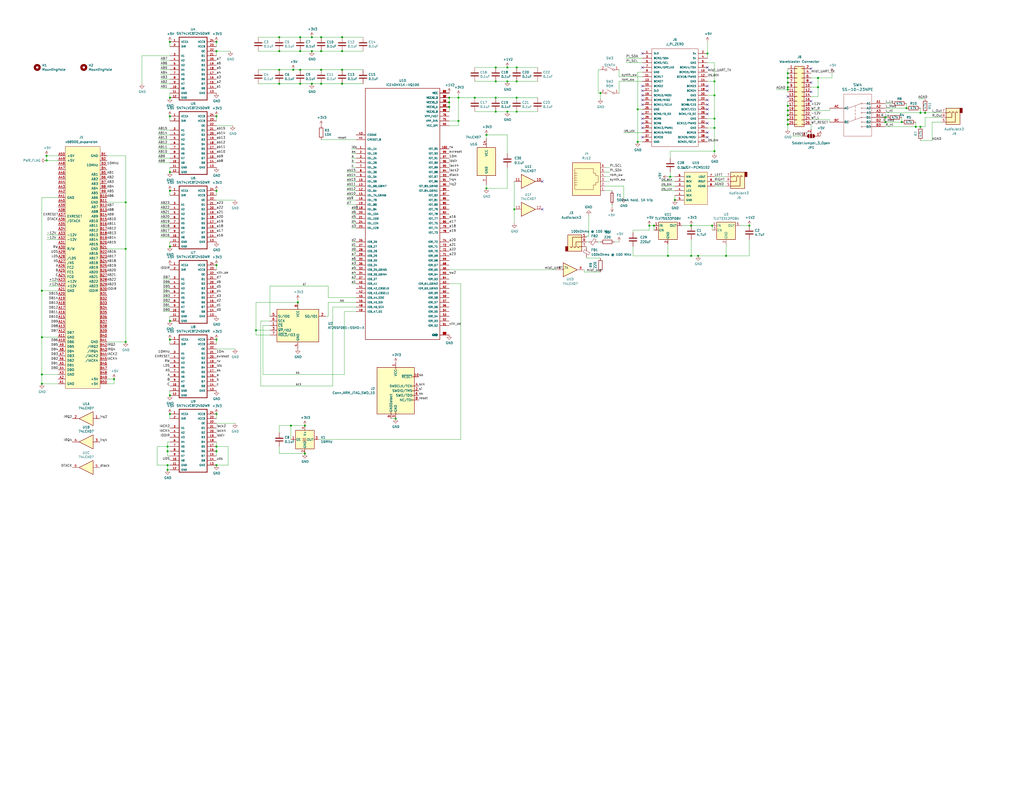
<source format=kicad_sch>
(kicad_sch (version 20230121) (generator eeschema)
  (paper "C")
  (junction (at 22.86 204.47))
  (junction (at 429.895 65.405))
  (junction (at 429.895 42.545))
  (junction (at 280.67 114.3))
  (junction (at 389.89 44.45))
  (junction (at 92.71 175.26))
  (junction (at 494.665 59.055))
  (junction (at 92.71 185.42))
  (junction (at 429.895 67.945))
  (junction (at 389.89 64.77))
  (junction (at 118.11 63.5))
  (junction (at 245.11 53.34))
  (junction (at 175.26 20.32))
  (junction (at 163.83 38.1))
  (junction (at 356.87 123.19))
  (junction (at 170.18 20.32))
  (junction (at 160.02 38.1))
  (junction (at 483.235 64.135))
  (junction (at 68.58 110.49))
  (junction (at 381 139.7))
  (junction (at 446.405 42.545))
  (junction (at 152.4 45.72))
  (junction (at 25.4 85.09))
  (junction (at 429.895 47.625))
  (junction (at 347.98 59.69))
  (junction (at 92.71 134.62))
  (junction (at 502.285 69.215))
  (junction (at 91.44 256.54))
  (junction (at 92.71 226.06))
  (junction (at 368.3 109.22))
  (junction (at 446.405 47.625))
  (junction (at 389.89 69.85))
  (junction (at 276.86 60.96))
  (junction (at 347.98 77.47))
  (junction (at 364.49 139.7))
  (junction (at 265.43 102.87))
  (junction (at 265.43 73.66))
  (junction (at 215.9 228.6))
  (junction (at 377.19 139.7))
  (junction (at 25.4 87.63))
  (junction (at 118.11 27.94))
  (junction (at 118.11 185.42))
  (junction (at 276.86 36.83))
  (junction (at 281.94 36.83))
  (junction (at 92.71 53.34))
  (junction (at 163.83 45.72))
  (junction (at 91.44 243.84))
  (junction (at 186.69 27.94))
  (junction (at 245.11 55.88))
  (junction (at 92.71 63.5))
  (junction (at 186.69 38.1))
  (junction (at 270.51 60.96))
  (junction (at 327.66 50.8))
  (junction (at 429.895 45.085))
  (junction (at 68.58 135.89))
  (junction (at 163.83 27.94))
  (junction (at 175.26 27.94))
  (junction (at 166.37 232.41))
  (junction (at 92.71 22.86))
  (junction (at 118.11 243.84))
  (junction (at 245.11 58.42))
  (junction (at 502.285 61.595))
  (junction (at 259.08 53.34))
  (junction (at 483.235 66.675))
  (junction (at 377.19 123.19))
  (junction (at 62.23 207.01))
  (junction (at 250.19 53.34))
  (junction (at 492.125 66.675))
  (junction (at 158.75 232.41))
  (junction (at 504.825 61.595))
  (junction (at 118.11 226.06))
  (junction (at 92.71 215.9))
  (junction (at 175.26 45.72))
  (junction (at 139.7 180.34))
  (junction (at 276.86 44.45))
  (junction (at 429.895 60.325))
  (junction (at 388.62 123.19))
  (junction (at 118.11 22.86))
  (junction (at 22.86 158.75))
  (junction (at 91.44 254))
  (junction (at 270.51 36.83))
  (junction (at 175.26 38.1))
  (junction (at 22.86 184.15))
  (junction (at 354.33 123.19))
  (junction (at 92.71 104.14))
  (junction (at 166.37 247.65))
  (junction (at 499.745 69.215))
  (junction (at 386.08 29.21))
  (junction (at 429.895 62.865))
  (junction (at 281.94 60.96))
  (junction (at 408.94 123.19))
  (junction (at 186.69 45.72))
  (junction (at 68.58 186.69))
  (junction (at 270.51 53.34))
  (junction (at 396.24 139.7))
  (junction (at 91.44 246.38))
  (junction (at 152.4 38.1))
  (junction (at 429.895 48.895))
  (junction (at 389.89 52.07))
  (junction (at 162.56 165.1))
  (junction (at 389.89 82.55))
  (junction (at 170.18 45.72))
  (junction (at 163.83 20.32))
  (junction (at 92.71 93.98))
  (junction (at 118.11 104.14))
  (junction (at 186.69 20.32))
  (junction (at 152.4 27.94))
  (junction (at 118.11 254))
  (junction (at 250.19 66.04))
  (junction (at 429.895 40.005))
  (junction (at 281.94 53.34))
  (junction (at 118.11 246.38))
  (junction (at 365.76 96.52))
  (junction (at 429.895 57.785))
  (junction (at 118.11 144.78))
  (junction (at 270.51 44.45))
  (junction (at 170.18 27.94))
  (junction (at 152.4 20.32))
  (junction (at 22.86 209.55))
  (junction (at 281.94 44.45))
  (no_connect (at 386.08 49.53))
  (no_connect (at 350.52 57.15))
  (no_connect (at 386.08 67.31))
  (no_connect (at 386.08 57.15))
  (no_connect (at 295.91 99.06))
  (no_connect (at 386.08 59.69))
  (no_connect (at 386.08 46.99))
  (no_connect (at 350.52 46.99))
  (no_connect (at 442.595 45.085))
  (no_connect (at 350.52 62.23))
  (no_connect (at 442.595 55.245))
  (no_connect (at 295.91 114.3))
  (no_connect (at 350.52 74.93))
  (no_connect (at 350.52 64.77))
  (no_connect (at 429.895 52.705))
  (no_connect (at 350.52 67.31))
  (no_connect (at 386.08 74.93))
  (no_connect (at 350.52 52.07))
  (no_connect (at 442.595 37.465))
  (no_connect (at 350.52 69.85))
  (no_connect (at 386.08 62.23))
  (no_connect (at 386.08 54.61))
  (no_connect (at 350.52 54.61))
  (no_connect (at 386.08 72.39))
  (no_connect (at 350.52 36.83))
  (no_connect (at 350.52 49.53))
  (no_connect (at 386.08 36.83))
  (no_connect (at 442.595 50.165))
  (no_connect (at 350.52 29.21))
  (wire (pts (xy 245.11 53.34) (xy 245.11 55.88)))
  (wire (pts (xy 194.31 154.94) (xy 191.77 154.94)))
  (wire (pts (xy 508.635 66.675) (xy 508.635 76.835)))
  (wire (pts (xy 87.63 111.76) (xy 92.71 111.76)))
  (wire (pts (xy 245.11 66.04) (xy 250.19 66.04)))
  (wire (pts (xy 389.89 96.52) (xy 396.24 96.52)))
  (wire (pts (xy 22.86 107.95) (xy 31.75 107.95)))
  (wire (pts (xy 92.71 162.56) (xy 88.9 162.56)))
  (wire (pts (xy 372.11 123.19) (xy 377.19 123.19)))
  (wire (pts (xy 330.2 99.06) (xy 332.74 99.06)))
  (wire (pts (xy 91.44 243.84) (xy 91.44 246.38)))
  (wire (pts (xy 68.58 85.09) (xy 68.58 110.49)))
  (wire (pts (xy 179.07 165.1) (xy 194.31 165.1)))
  (wire (pts (xy 276.86 60.96) (xy 281.94 60.96)))
  (wire (pts (xy 360.68 104.14) (xy 368.3 104.14)))
  (wire (pts (xy 87.63 45.72) (xy 92.71 45.72)))
  (wire (pts (xy 345.44 125.73) (xy 354.33 125.73)))
  (wire (pts (xy 194.31 81.28) (xy 191.77 81.28)))
  (wire (pts (xy 276.86 36.83) (xy 281.94 36.83)))
  (wire (pts (xy 189.23 109.22) (xy 194.31 109.22)))
  (wire (pts (xy 118.11 254) (xy 124.46 254)))
  (wire (pts (xy 186.69 20.32) (xy 198.12 20.32)))
  (wire (pts (xy 446.405 52.705) (xy 446.405 47.625)))
  (wire (pts (xy 326.39 50.8) (xy 326.39 38.1)))
  (wire (pts (xy 25.4 128.27) (xy 31.75 128.27)))
  (wire (pts (xy 442.595 52.705) (xy 446.405 52.705)))
  (wire (pts (xy 429.895 48.895) (xy 429.895 50.165)))
  (wire (pts (xy 22.86 158.75) (xy 31.75 158.75)))
  (wire (pts (xy 389.89 44.45) (xy 389.89 52.07)))
  (wire (pts (xy 326.39 132.08) (xy 327.66 132.08)))
  (wire (pts (xy 280.67 114.3) (xy 280.67 121.92)))
  (wire (pts (xy 259.08 60.96) (xy 270.51 60.96)))
  (wire (pts (xy 403.86 123.19) (xy 408.94 123.19)))
  (wire (pts (xy 31.75 87.63) (xy 25.4 87.63)))
  (wire (pts (xy 365.76 96.52) (xy 368.3 96.52)))
  (wire (pts (xy 191.77 147.32) (xy 194.31 147.32)))
  (wire (pts (xy 139.7 180.34) (xy 147.32 180.34)))
  (wire (pts (xy 86.36 81.28) (xy 92.71 81.28)))
  (wire (pts (xy 429.895 42.545) (xy 429.895 45.085)))
  (wire (pts (xy 25.4 130.81) (xy 31.75 130.81)))
  (wire (pts (xy 345.44 139.7) (xy 364.49 139.7)))
  (wire (pts (xy 483.235 61.595) (xy 502.285 61.595)))
  (wire (pts (xy 189.23 101.6) (xy 194.31 101.6)))
  (wire (pts (xy 194.31 106.68) (xy 189.23 106.68)))
  (wire (pts (xy 117.475 243.84) (xy 118.11 243.84)))
  (wire (pts (xy 389.89 82.55) (xy 389.89 83.82)))
  (wire (pts (xy 68.58 110.49) (xy 58.42 110.49)))
  (wire (pts (xy 117.475 254) (xy 118.11 254)))
  (wire (pts (xy 281.94 44.45) (xy 293.37 44.45)))
  (wire (pts (xy 250.19 68.58) (xy 250.19 66.04)))
  (wire (pts (xy 340.36 72.39) (xy 350.52 72.39)))
  (wire (pts (xy 194.31 149.86) (xy 191.77 149.86)))
  (wire (pts (xy 377.19 139.7) (xy 364.49 139.7)))
  (wire (pts (xy 175.26 20.32) (xy 186.69 20.32)))
  (wire (pts (xy 350.52 39.37) (xy 347.98 39.37)))
  (wire (pts (xy 386.08 44.45) (xy 389.89 44.45)))
  (wire (pts (xy 381 139.7) (xy 377.19 139.7)))
  (wire (pts (xy 175.26 38.1) (xy 186.69 38.1)))
  (wire (pts (xy 481.965 66.675) (xy 483.235 66.675)))
  (wire (pts (xy 340.36 101.6) (xy 340.36 107.95)))
  (wire (pts (xy 389.89 64.77) (xy 389.89 69.85)))
  (wire (pts (xy 158.75 232.41) (xy 166.37 232.41)))
  (wire (pts (xy 124.46 243.84) (xy 124.46 254)))
  (wire (pts (xy 118.11 243.84) (xy 118.11 246.38)))
  (wire (pts (xy 429.895 37.465) (xy 429.895 40.005)))
  (wire (pts (xy 259.08 44.45) (xy 270.51 44.45)))
  (wire (pts (xy 22.86 184.15) (xy 31.75 184.15)))
  (wire (pts (xy 186.69 45.72) (xy 198.12 45.72)))
  (wire (pts (xy 125.73 27.94) (xy 118.11 27.94)))
  (wire (pts (xy 91.44 254) (xy 85.725 254)))
  (wire (pts (xy 91.44 248.92) (xy 92.71 248.92)))
  (wire (pts (xy 86.36 78.74) (xy 92.71 78.74)))
  (wire (pts (xy 118.11 185.42) (xy 118.11 187.96)))
  (wire (pts (xy 432.435 74.295) (xy 437.515 74.295)))
  (wire (pts (xy 31.75 209.55) (xy 22.86 209.55)))
  (wire (pts (xy 442.595 65.405) (xy 452.755 65.405)))
  (wire (pts (xy 389.89 69.85) (xy 389.89 82.55)))
  (wire (pts (xy 118.11 190.5) (xy 128.27 190.5)))
  (wire (pts (xy 118.11 144.78) (xy 118.11 147.32)))
  (wire (pts (xy 140.97 38.1) (xy 152.4 38.1)))
  (wire (pts (xy 350.52 44.45) (xy 337.82 44.45)))
  (wire (pts (xy 213.36 228.6) (xy 215.9 228.6)))
  (wire (pts (xy 26.67 153.67) (xy 31.75 153.67)))
  (wire (pts (xy 158.75 240.03) (xy 158.75 232.41)))
  (wire (pts (xy 22.86 158.75) (xy 22.86 107.95)))
  (wire (pts (xy 160.02 38.1) (xy 163.83 38.1)))
  (wire (pts (xy 386.08 69.85) (xy 389.89 69.85)))
  (wire (pts (xy 92.71 50.8) (xy 92.71 53.34)))
  (wire (pts (xy 173.99 240.03) (xy 251.46 240.03)))
  (wire (pts (xy 354.33 123.19) (xy 356.87 123.19)))
  (wire (pts (xy 389.89 52.07) (xy 389.89 64.77)))
  (wire (pts (xy 118.11 231.14) (xy 128.27 231.14)))
  (wire (pts (xy 152.4 232.41) (xy 158.75 232.41)))
  (wire (pts (xy 22.86 209.55) (xy 22.86 204.47)))
  (wire (pts (xy 191.77 86.36) (xy 194.31 86.36)))
  (wire (pts (xy 147.32 172.72) (xy 147.32 156.21)))
  (wire (pts (xy 356.87 125.73) (xy 356.87 123.19)))
  (wire (pts (xy 92.71 170.18) (xy 88.9 170.18)))
  (wire (pts (xy 91.44 256.54) (xy 92.71 256.54)))
  (wire (pts (xy 58.42 207.01) (xy 62.23 207.01)))
  (wire (pts (xy 191.77 88.9) (xy 194.31 88.9)))
  (wire (pts (xy 501.015 53.975) (xy 504.825 53.975)))
  (wire (pts (xy 170.18 27.94) (xy 175.26 27.94)))
  (wire (pts (xy 320.04 128.905) (xy 320.04 129.54)))
  (wire (pts (xy 396.24 139.7) (xy 408.94 139.7)))
  (wire (pts (xy 85.725 243.84) (xy 91.44 243.84)))
  (wire (pts (xy 87.63 121.92) (xy 92.71 121.92)))
  (wire (pts (xy 147.32 182.88) (xy 139.7 182.88)))
  (wire (pts (xy 92.71 152.4) (xy 88.9 152.4)))
  (wire (pts (xy 334.01 104.14) (xy 330.2 104.14)))
  (wire (pts (xy 250.19 66.04) (xy 250.19 53.34)))
  (wire (pts (xy 118.11 246.38) (xy 118.11 248.92)))
  (wire (pts (xy 368.3 106.68) (xy 368.3 109.22)))
  (wire (pts (xy 194.31 76.2) (xy 175.26 76.2)))
  (wire (pts (xy 318.77 148.59) (xy 327.66 148.59)))
  (wire (pts (xy 408.94 130.81) (xy 408.94 139.7)))
  (wire (pts (xy 442.595 67.945) (xy 442.595 70.485)))
  (wire (pts (xy 142.24 175.26) (xy 142.24 210.82)))
  (wire (pts (xy 175.26 45.72) (xy 186.69 45.72)))
  (wire (pts (xy 140.97 27.94) (xy 152.4 27.94)))
  (wire (pts (xy 483.235 59.055) (xy 494.665 59.055)))
  (wire (pts (xy 191.77 116.84) (xy 194.31 116.84)))
  (wire (pts (xy 513.715 64.135) (xy 504.825 64.135)))
  (wire (pts (xy 118.11 30.48) (xy 118.11 27.94)))
  (wire (pts (xy 22.86 204.47) (xy 31.75 204.47)))
  (wire (pts (xy 118.11 241.3) (xy 118.11 243.84)))
  (wire (pts (xy 320.04 132.08) (xy 321.31 132.08)))
  (wire (pts (xy 245.11 58.42) (xy 245.11 60.96)))
  (wire (pts (xy 181.61 167.64) (xy 194.31 167.64)))
  (wire (pts (xy 170.18 45.72) (xy 175.26 45.72)))
  (wire (pts (xy 92.71 241.3) (xy 91.44 241.3)))
  (wire (pts (xy 365.76 82.55) (xy 365.76 86.36)))
  (wire (pts (xy 499.745 69.215) (xy 502.285 69.215)))
  (wire (pts (xy 320.04 134.62) (xy 320.04 135.255)))
  (wire (pts (xy 88.9 157.48) (xy 92.71 157.48)))
  (wire (pts (xy 245.11 53.34) (xy 250.19 53.34)))
  (wire (pts (xy 189.23 99.06) (xy 194.31 99.06)))
  (wire (pts (xy 330.2 93.98) (xy 332.74 93.98)))
  (wire (pts (xy 92.71 187.96) (xy 92.71 185.42)))
  (wire (pts (xy 429.895 62.865) (xy 429.895 65.405)))
  (wire (pts (xy 386.08 29.21) (xy 386.08 31.75)))
  (wire (pts (xy 87.63 35.56) (xy 92.71 35.56)))
  (wire (pts (xy 191.77 121.92) (xy 194.31 121.92)))
  (wire (pts (xy 189.23 93.98) (xy 194.31 93.98)))
  (wire (pts (xy 170.18 20.32) (xy 175.26 20.32)))
  (wire (pts (xy 194.31 83.82) (xy 191.77 83.82)))
  (wire (pts (xy 68.58 110.49) (xy 68.58 135.89)))
  (wire (pts (xy 26.67 156.21) (xy 31.75 156.21)))
  (wire (pts (xy 22.86 204.47) (xy 22.86 184.15)))
  (wire (pts (xy 143.51 204.47) (xy 187.96 204.47)))
  (wire (pts (xy 92.71 160.02) (xy 88.9 160.02)))
  (wire (pts (xy 442.595 42.545) (xy 446.405 42.545)))
  (wire (pts (xy 265.43 73.66) (xy 265.43 75.565)))
  (wire (pts (xy 360.68 101.6) (xy 368.3 101.6)))
  (wire (pts (xy 330.2 91.44) (xy 332.74 91.44)))
  (wire (pts (xy 270.51 60.96) (xy 276.86 60.96)))
  (wire (pts (xy 152.4 45.72) (xy 163.83 45.72)))
  (wire (pts (xy 92.71 172.72) (xy 92.71 175.26)))
  (wire (pts (xy 494.665 56.515) (xy 494.665 59.055)))
  (wire (pts (xy 92.71 228.6) (xy 92.71 226.06)))
  (wire (pts (xy 377.19 130.81) (xy 377.19 139.7)))
  (wire (pts (xy 194.31 134.62) (xy 191.77 134.62)))
  (wire (pts (xy 265.43 73.66) (xy 276.86 73.66)))
  (wire (pts (xy 85.725 254) (xy 85.725 243.84)))
  (wire (pts (xy 245.11 68.58) (xy 250.19 68.58)))
  (wire (pts (xy 341.63 31.75) (xy 350.52 31.75)))
  (wire (pts (xy 354.33 125.73) (xy 354.33 123.19)))
  (wire (pts (xy 77.47 45.72) (xy 77.47 30.48)))
  (wire (pts (xy 364.49 139.7) (xy 364.49 133.35)))
  (wire (pts (xy 142.24 210.82) (xy 181.61 210.82)))
  (wire (pts (xy 191.77 119.38) (xy 194.31 119.38)))
  (wire (pts (xy 504.825 61.595) (xy 513.715 61.595)))
  (wire (pts (xy 487.045 56.515) (xy 483.235 56.515)))
  (wire (pts (xy 118.11 109.22) (xy 128.27 109.22)))
  (wire (pts (xy 350.52 41.91) (xy 337.82 41.91)))
  (wire (pts (xy 91.44 254) (xy 92.71 254)))
  (wire (pts (xy 58.42 85.09) (xy 68.58 85.09)))
  (wire (pts (xy 429.895 55.245) (xy 429.895 57.785)))
  (wire (pts (xy 118.11 243.84) (xy 124.46 243.84)))
  (wire (pts (xy 386.08 52.07) (xy 389.89 52.07)))
  (wire (pts (xy 347.98 59.69) (xy 347.98 77.47)))
  (wire (pts (xy 58.42 186.69) (xy 68.58 186.69)))
  (wire (pts (xy 140.97 45.72) (xy 152.4 45.72)))
  (wire (pts (xy 163.83 38.1) (xy 175.26 38.1)))
  (wire (pts (xy 118.11 104.14) (xy 118.11 106.68)))
  (wire (pts (xy 250.19 53.34) (xy 250.19 52.07)))
  (wire (pts (xy 502.285 59.055) (xy 502.285 61.595)))
  (wire (pts (xy 147.32 175.26) (xy 142.24 175.26)))
  (wire (pts (xy 389.89 99.06) (xy 396.24 99.06)))
  (wire (pts (xy 276.86 44.45) (xy 281.94 44.45)))
  (wire (pts (xy 87.63 116.84) (xy 92.71 116.84)))
  (wire (pts (xy 166.37 247.65) (xy 152.4 247.65)))
  (wire (pts (xy 163.83 45.72) (xy 170.18 45.72)))
  (wire (pts (xy 492.125 64.135) (xy 492.125 66.675)))
  (wire (pts (xy 483.235 69.215) (xy 499.745 69.215)))
  (wire (pts (xy 191.77 137.16) (xy 194.31 137.16)))
  (wire (pts (xy 337.82 132.08) (xy 335.28 132.08)))
  (wire (pts (xy 191.77 142.24) (xy 194.31 142.24)))
  (wire (pts (xy 139.7 165.1) (xy 139.7 180.34)))
  (wire (pts (xy 446.405 47.625) (xy 446.405 42.545)))
  (wire (pts (xy 347.98 39.37) (xy 347.98 59.69)))
  (wire (pts (xy 92.71 106.68) (xy 92.71 104.14)))
  (wire (pts (xy 189.23 104.14) (xy 194.31 104.14)))
  (wire (pts (xy 87.63 43.18) (xy 92.71 43.18)))
  (wire (pts (xy 381 139.7) (xy 396.24 139.7)))
  (wire (pts (xy 91.44 254) (xy 91.44 256.54)))
  (wire (pts (xy 191.77 91.44) (xy 194.31 91.44)))
  (wire (pts (xy 270.51 36.83) (xy 276.86 36.83)))
  (wire (pts (xy 87.63 127) (xy 92.71 127)))
  (wire (pts (xy 77.47 30.48) (xy 92.71 30.48)))
  (wire (pts (xy 87.63 114.3) (xy 92.71 114.3)))
  (wire (pts (xy 186.69 38.1) (xy 198.12 38.1)))
  (wire (pts (xy 86.36 73.66) (xy 92.71 73.66)))
  (wire (pts (xy 86.36 76.2) (xy 92.71 76.2)))
  (wire (pts (xy 452.755 65.405) (xy 452.755 66.675)))
  (wire (pts (xy 86.36 86.36) (xy 92.71 86.36)))
  (wire (pts (xy 86.36 88.9) (xy 92.71 88.9)))
  (wire (pts (xy 429.895 67.945) (xy 429.895 70.485)))
  (wire (pts (xy 91.44 246.38) (xy 92.71 246.38)))
  (wire (pts (xy 396.24 133.35) (xy 396.24 139.7)))
  (wire (pts (xy 502.285 61.595) (xy 504.825 61.595)))
  (wire (pts (xy 429.895 47.625) (xy 429.895 48.895)))
  (wire (pts (xy 86.36 83.82) (xy 92.71 83.82)))
  (wire (pts (xy 270.51 53.34) (xy 281.94 53.34)))
  (wire (pts (xy 91.44 241.3) (xy 91.44 243.84)))
  (wire (pts (xy 452.755 59.055) (xy 452.755 60.325)))
  (wire (pts (xy 86.36 71.12) (xy 92.71 71.12)))
  (wire (pts (xy 347.98 59.69) (xy 350.52 59.69)))
  (wire (pts (xy 330.2 96.52) (xy 332.74 96.52)))
  (wire (pts (xy 152.4 236.22) (xy 152.4 232.41)))
  (wire (pts (xy 320.04 140.335) (xy 320.04 140.97)))
  (wire (pts (xy 429.895 40.005) (xy 429.895 42.545)))
  (wire (pts (xy 91.44 246.38) (xy 91.44 248.92)))
  (wire (pts (xy 194.31 144.78) (xy 191.77 144.78)))
  (wire (pts (xy 446.405 42.545) (xy 454.025 42.545)))
  (wire (pts (xy 386.08 34.29) (xy 389.89 34.29)))
  (wire (pts (xy 143.51 177.8) (xy 143.51 204.47)))
  (wire (pts (xy 139.7 182.88) (xy 139.7 180.34)))
  (wire (pts (xy 147.32 156.21) (xy 179.07 156.21)))
  (wire (pts (xy 259.08 53.34) (xy 270.51 53.34)))
  (wire (pts (xy 25.4 85.09) (xy 31.75 85.09)))
  (wire (pts (xy 162.56 163.83) (xy 162.56 165.1)))
  (wire (pts (xy 429.895 57.785) (xy 429.895 60.325)))
  (wire (pts (xy 389.89 101.6) (xy 396.24 101.6)))
  (wire (pts (xy 388.62 125.73) (xy 388.62 123.19)))
  (wire (pts (xy 68.58 135.89) (xy 58.42 135.89)))
  (wire (pts (xy 187.96 204.47) (xy 187.96 170.18)))
  (wire (pts (xy 365.76 93.98) (xy 365.76 96.52)))
  (wire (pts (xy 62.23 209.55) (xy 58.42 209.55)))
  (wire (pts (xy 364.49 96.52) (xy 365.76 96.52)))
  (wire (pts (xy 265.43 102.87) (xy 265.43 100.965)))
  (wire (pts (xy 337.82 44.45) (xy 337.82 50.8)))
  (wire (pts (xy 152.4 247.65) (xy 152.4 243.84)))
  (wire (pts (xy 423.545 48.895) (xy 429.895 48.895)))
  (wire (pts (xy 147.32 177.8) (xy 143.51 177.8)))
  (wire (pts (xy 118.11 226.06) (xy 118.11 228.6)))
  (wire (pts (xy 454.025 42.545) (xy 454.025 40.005)))
  (wire (pts (xy 189.23 96.52) (xy 194.31 96.52)))
  (wire (pts (xy 163.83 27.94) (xy 170.18 27.94)))
  (wire (pts (xy 442.595 47.625) (xy 446.405 47.625)))
  (wire (pts (xy 386.08 22.86) (xy 386.08 29.21)))
  (wire (pts (xy 92.71 165.1) (xy 88.9 165.1)))
  (wire (pts (xy 87.63 40.64) (xy 92.71 40.64)))
  (wire (pts (xy 87.63 119.38) (xy 92.71 119.38)))
  (wire (pts (xy 87.63 33.02) (xy 92.71 33.02)))
  (wire (pts (xy 140.97 20.32) (xy 152.4 20.32)))
  (wire (pts (xy 330.2 101.6) (xy 340.36 101.6)))
  (wire (pts (xy 22.86 184.15) (xy 22.86 158.75)))
  (wire (pts (xy 245.11 55.88) (xy 245.11 58.42)))
  (wire (pts (xy 191.77 152.4) (xy 194.31 152.4)))
  (wire (pts (xy 483.235 66.675) (xy 492.125 66.675)))
  (wire (pts (xy 337.82 41.91) (xy 337.82 38.1)))
  (wire (pts (xy 92.71 167.64) (xy 88.9 167.64)))
  (wire (pts (xy 179.07 156.21) (xy 179.07 162.56)))
  (wire (pts (xy 152.4 27.94) (xy 163.83 27.94)))
  (wire (pts (xy 480.695 64.135) (xy 483.235 64.135)))
  (wire (pts (xy 276.86 73.66) (xy 276.86 83.82)))
  (wire (pts (xy 87.63 38.1) (xy 92.71 38.1)))
  (wire (pts (xy 118.11 68.58) (xy 127 68.58)))
  (wire (pts (xy 68.58 186.69) (xy 68.58 135.89)))
  (wire (pts (xy 429.895 45.085) (xy 429.895 47.625)))
  (wire (pts (xy 326.39 50.8) (xy 327.66 50.8)))
  (wire (pts (xy 87.63 129.54) (xy 92.71 129.54)))
  (wire (pts (xy 92.71 48.26) (xy 87.63 48.26)))
  (wire (pts (xy 389.89 82.55) (xy 365.76 82.55)))
  (wire (pts (xy 265.43 102.87) (xy 276.86 102.87)))
  (wire (pts (xy 429.895 60.325) (xy 429.895 62.865)))
  (wire (pts (xy 347.98 77.47) (xy 350.52 77.47)))
  (wire (pts (xy 92.71 25.4) (xy 92.71 22.86)))
  (wire (pts (xy 504.825 64.135) (xy 504.825 69.215)))
  (wire (pts (xy 87.63 124.46) (xy 92.71 124.46)))
  (wire (pts (xy 326.39 38.1) (xy 327.66 38.1)))
  (wire (pts (xy 321.31 117.475) (xy 321.31 128.905)))
  (wire (pts (xy 281.94 60.96) (xy 293.37 60.96)))
  (wire (pts (xy 327.66 50.8) (xy 327.66 53.975)))
  (wire (pts (xy 181.61 210.82) (xy 181.61 167.64)))
  (wire (pts (xy 187.96 170.18) (xy 194.31 170.18)))
  (wire (pts (xy 162.56 168.91) (xy 162.56 165.1)))
  (wire (pts (xy 250.19 53.34) (xy 259.08 53.34)))
  (wire (pts (xy 179.07 172.72) (xy 177.8 172.72)))
  (wire (pts (xy 345.44 127) (xy 345.44 125.73)))
  (wire (pts (xy 502.285 76.835) (xy 508.635 76.835)))
  (wire (pts (xy 483.235 64.135) (xy 484.505 64.135)))
  (wire (pts (xy 452.755 60.325) (xy 442.595 60.325)))
  (wire (pts (xy 386.08 64.77) (xy 389.89 64.77)))
  (wire (pts (xy 92.71 91.44) (xy 92.71 93.98)))
  (wire (pts (xy 251.46 154.94) (xy 245.11 154.94)))
  (wire (pts (xy 92.71 132.08) (xy 92.71 134.62)))
  (wire (pts (xy 345.44 134.62) (xy 345.44 139.7)))
  (wire (pts (xy 62.23 207.01) (xy 62.23 209.55)))
  (wire (pts (xy 281.94 53.34) (xy 293.37 53.34)))
  (wire (pts (xy 334.01 113.03) (xy 334.01 111.76)))
  (wire (pts (xy 118.11 63.5) (xy 118.11 66.04)))
  (wire (pts (xy 163.83 20.32) (xy 170.18 20.32)))
  (wire (pts (xy 91.44 243.84) (xy 92.71 243.84)))
  (wire (pts (xy 186.69 27.94) (xy 198.12 27.94)))
  (wire (pts (xy 194.31 139.7) (xy 191.77 139.7)))
  (wire (pts (xy 360.68 99.06) (xy 368.3 99.06)))
  (wire (pts (xy 92.71 213.36) (xy 92.71 215.9)))
  (wire (pts (xy 162.56 165.1) (xy 139.7 165.1)))
  (wire (pts (xy 251.46 240.03) (xy 251.46 154.94)))
  (wire (pts (xy 194.31 111.76) (xy 189.23 111.76)))
  (wire (pts (xy 92.71 154.94) (xy 88.9 154.94)))
  (wire (pts (xy 25.4 87.63) (xy 25.4 85.09)))
  (wire (pts (xy 259.08 36.83) (xy 270.51 36.83)))
  (wire (pts (xy 499.745 66.675) (xy 499.745 69.215)))
  (wire (pts (xy 179.07 165.1) (xy 179.07 172.72)))
  (wire (pts (xy 179.07 162.56) (xy 194.31 162.56)))
  (wire (pts (xy 191.77 124.46) (xy 194.31 124.46)))
  (wire (pts (xy 377.19 123.19) (xy 388.62 123.19)))
  (wire (pts (xy 152.4 38.1) (xy 160.02 38.1)))
  (wire (pts (xy 175.26 27.94) (xy 186.69 27.94)))
  (wire (pts (xy 92.71 66.04) (xy 92.71 63.5)))
  (wire (pts (xy 318.77 148.59) (xy 318.77 147.32)))
  (wire (pts (xy 191.77 132.08) (xy 194.31 132.08)))
  (wire (pts (xy 320.04 140.97) (xy 327.66 140.97)))
  (wire (pts (xy 152.4 20.32) (xy 163.83 20.32)))
  (wire (pts (xy 270.51 44.45) (xy 276.86 44.45)))
  (wire (pts (xy 280.67 99.06) (xy 280.67 114.3)))
  (wire (pts (xy 321.31 128.905) (xy 320.04 128.905)))
  (wire (pts (xy 502.285 69.215) (xy 504.825 69.215)))
  (wire (pts (xy 245.11 147.32) (xy 303.53 147.32)))
  (wire (pts (xy 429.895 65.405) (xy 429.895 67.945)))
  (wire (pts (xy 341.63 34.29) (xy 350.52 34.29)))
  (wire (pts (xy 191.77 114.3) (xy 194.31 114.3)))
  (wire (pts (xy 118.11 22.86) (xy 118.11 25.4)))
  (wire (pts (xy 508.635 66.675) (xy 513.715 66.675)))
  (wire (pts (xy 389.89 34.29) (xy 389.89 44.45)))
  (wire (pts (xy 281.94 36.83) (xy 293.37 36.83)))
  (wire (pts (xy 276.86 91.44) (xy 276.86 102.87)))
  (label "midi_out" (at 320.04 148.59 0))
  (label "a22" (at 118.11 114.3 0))
  (label "AB20" (at 87.63 119.38 0))
  (label "L_Med" (at 483.235 59.055 0))
  (label "DB6" (at 88.9 154.94 0))
  (label "iack2" (at 245.11 93.98 0))
  (label "AB17" (at 87.63 127 0))
  (label "d7" (at 189.23 111.76 0))
  (label "a5" (at 118.11 38.1 0))
  (label "d6" (at 191.77 116.84 0))
  (label "DB1" (at 31.75 199.39 180))
  (label "a1" (at 191.77 154.94 0))
  (label "IRQ2" (at 58.42 189.23 0))
  (label "L_Hi" (at 483.235 61.595 0))
  (label "-12V" (at 25.4 130.81 0))
  (label "LEFT" (at 389.89 96.52 0))
  (label "ab12" (at 118.11 78.74 0))
  (label "DB8" (at 31.75 179.07 180))
  (label "irq4" (at 54.61 241.3 0))
  (label "DB2" (at 88.9 165.1 0))
  (label "d2" (at 191.77 132.08 0))
  (label "B" (at 31.75 148.59 180))
  (label "AS" (at 31.75 143.51 180))
  (label "a20" (at 245.11 132.08 0))
  (label "PI_SCL" (at 332.74 91.44 0))
  (label "exreset" (at 118.11 195.58 0))
  (label "a20" (at 118.11 119.38 0))
  (label "IRQ2" (at 39.37 228.6 180))
  (label "AB19" (at 87.63 121.92 0))
  (label "d5" (at 118.11 157.48 0))
  (label "as" (at 118.11 203.2 0))
  (label "10m" (at 245.11 86.36 0))
  (label "a16" (at 245.11 119.38 0))
  (label "b" (at 191.77 88.9 0))
  (label "UDS" (at 92.71 251.46 180))
  (label "RW" (at 92.71 198.12 180))
  (label "si" (at 228.6 213.36 0))
  (label "synth_sw" (at 339.09 41.91 0))
  (label "ab15" (at 118.11 71.12 0))
  (label "AB18" (at 58.42 143.51 0))
  (label "IDDIR" (at 92.71 238.76 180))
  (label "R_Med" (at 481.965 66.675 0))
  (label "a6" (at 118.11 35.56 0))
  (label "ab9" (at 189.23 109.22 0))
  (label "AB2" (at 58.42 97.79 0))
  (label "AB9" (at 86.36 86.36 0))
  (label "AB13" (at 86.36 76.2 0))
  (label "PI_SCL" (at 341.63 34.29 0))
  (label "IACK2" (at 92.71 233.68 180))
  (label "sck" (at 161.29 210.82 0))
  (label "midi_UART_TX" (at 386.08 39.37 0))
  (label "AB6" (at 87.63 35.56 0))
  (label "iddir" (at 118.11 238.76 0))
  (label "d7" (at 118.11 152.4 0))
  (label "-12V" (at 442.595 62.865 0))
  (label "uds" (at 118.11 251.46 0))
  (label "ab8" (at 118.11 88.9 0))
  (label "AB13" (at 58.42 128.27 0))
  (label "a5" (at 191.77 147.32 0))
  (label "AB15" (at 58.42 133.35 0))
  (label "AB21" (at 87.63 116.84 0))
  (label "PI_SDA" (at 341.63 31.75 0))
  (label "a23" (at 245.11 139.7 0))
  (label "IDDIR" (at 58.42 158.75 0))
  (label "AB7" (at 58.42 113.03 0))
  (label "xltr_oe" (at 245.11 177.8 0))
  (label "IRQ4" (at 58.42 191.77 0))
  (label "DB4" (at 88.9 160.02 0))
  (label "AB10" (at 86.36 83.82 0))
  (label "d6" (at 118.11 154.94 0))
  (label "ab13" (at 118.11 76.2 0))
  (label "+12V" (at 442.595 57.785 0))
  (label "DB14" (at 31.75 163.83 180))
  (label "DB7" (at 88.9 152.4 0))
  (label "a21" (at 245.11 134.62 0))
  (label "I2S_LCK" (at 340.36 72.39 0) (effects (font (size 1 1))))
  (label "DB13" (at 31.75 166.37 180))
  (label "10m" (at 118.11 193.04 0))
  (label "dtack" (at 245.11 96.52 0))
  (label "b" (at 118.11 208.28 0))
  (label "a18" (at 245.11 124.46 0))
  (label "d4" (at 118.11 160.02 0))
  (label "L_Lo" (at 483.235 56.515 0))
  (label "AB17" (at 58.42 140.97 0))
  (label "AB23" (at 87.63 111.76 0))
  (label "AB19" (at 58.42 146.05 0))
  (label "d2" (at 118.11 165.1 0))
  (label "R_Out" (at 508.635 64.135 0))
  (label "d3" (at 191.77 124.46 0))
  (label "B" (at 92.71 208.28 180))
  (label "lds" (at 118.11 200.66 0))
  (label "reset" (at 228.6 218.44 0))
  (label "AGND" (at 508.635 76.835 0))
  (label "I2S_BCK" (at 386.08 41.91 0) (effects (font (size 1 1))))
  (label "irq2" (at 54.61 228.6 0))
  (label "ab13" (at 189.23 99.06 0))
  (label "IDDIR" (at 92.71 147.32 180))
  (label "iack2" (at 118.11 233.68 0))
  (label "AB10" (at 58.42 120.65 0))
  (label "WT_L" (at 442.595 65.405 0))
  (label "a19" (at 118.11 121.92 0))
  (label "DB0" (at 31.75 201.93 180))
  (label "IRQ4" (at 39.37 241.3 180))
  (label "AB1" (at 87.63 48.26 0))
  (label "a17" (at 118.11 127 0))
  (label "sck" (at 228.6 210.82 0))
  (label "synth_sw" (at 332.74 99.06 0))
  (label "+12V" (at 26.67 153.67 0))
  (label "AGND" (at 501.015 53.975 0))
  (label "I2S_DIN" (at 386.08 77.47 0) (effects (font (size 1 1))))
  (label "10MHz" (at 58.42 90.17 0))
  (label "AGND" (at 389.89 101.6 0))
  (label "a2" (at 191.77 152.4 0))
  (label "AB16" (at 87.63 129.54 0))
  (label "ab15" (at 189.23 93.98 0))
  (label "DB4" (at 31.75 191.77 180))
  (label "d0" (at 191.77 137.16 0))
  (label "a21" (at 118.11 116.84 0))
  (label "DB11" (at 31.75 171.45 180))
  (label "EXRESET" (at 31.75 118.11 180))
  (label "c" (at 191.77 91.44 0))
  (label "DB5" (at 88.9 157.48 0))
  (label "IACK4" (at 58.42 196.85 0))
  (label "a18" (at 118.11 124.46 0))
  (label "AB6" (at 58.42 107.95 0))
  (label "d0" (at 118.11 170.18 0))
  (label "d1" (at 118.11 167.64 0))
  (label "d1" (at 191.77 134.62 0))
  (label "AB12" (at 86.36 78.74 0))
  (label "DB3" (at 88.9 162.56 0))
  (label "DB5" (at 31.75 189.23 180))
  (label "a22" (at 245.11 137.16 0))
  (label "AB15" (at 86.36 71.12 0))
  (label "C" (at 92.71 210.82 180))
  (label "DB3" (at 31.75 194.31 180))
  (label "DB7" (at 31.75 181.61 180))
  (label "si" (at 165.1 156.21 0))
  (label "d5" (at 191.77 119.38 0))
  (label "DB1" (at 88.9 167.64 0))
  (label "DB6" (at 31.75 186.69 180))
  (label "a3" (at 191.77 144.78 0))
  (label "RW" (at 31.75 135.89 180))
  (label "AB4" (at 87.63 40.64 0))
  (label "I2S_BCK" (at 360.68 99.06 0) (effects (font (size 1 1))))
  (label "ab10" (at 118.11 83.82 0))
  (label "lds" (at 191.77 81.28 0))
  (label "so" (at 185.42 165.1 0))
  (label "as" (at 191.77 83.82 0))
  (label "ab11" (at 189.23 101.6 0))
  (label "ab11" (at 118.11 81.28 0))
  (label "LDS" (at 31.75 140.97 180))
  (label "AB5" (at 87.63 38.1 0))
  (label "LDS" (at 92.71 200.66 180))
  (label "ab14" (at 189.23 96.52 0))
  (label "A" (at 92.71 205.74 180))
  (label "AB3" (at 58.42 100.33 0))
  (label "AB14" (at 58.42 130.81 0))
  (label "AB23" (at 58.42 156.21 0))
  (label "-12V" (at 25.4 128.27 0))
  (label "AB3" (at 87.63 43.18 0))
  (label "a19" (at 245.11 127 0))
  (label "iack4" (at 245.11 91.44 0))
  (label "rom_sw" (at 332.74 96.52 0))
  (label "AB8" (at 58.42 115.57 0))
  (label "irq2" (at 245.11 101.6 0))
  (label "d4" (at 191.77 121.92 0))
  (label "PI_SDA" (at 332.74 93.98 0))
  (label "ab9" (at 118.11 86.36 0))
  (label "R_Hi" (at 483.235 69.215 0))
  (label "I2S_LCK" (at 360.68 104.14 0) (effects (font (size 1 1))))
  (label "a16" (at 118.11 129.54 0))
  (label "a7" (at 191.77 139.7 0))
  (label "rw" (at 118.11 198.12 0))
  (label "EXRESET" (at 432.435 74.295 0))
  (label "AGND" (at 423.545 48.895 0))
  (label "AB20" (at 58.42 148.59 0))
  (label "ss" (at 228.6 215.9 0))
  (label "so" (at 228.6 205.74 0))
  (label "AB5" (at 58.42 105.41 0))
  (label "+12V" (at 26.67 156.21 0))
  (label "c" (at 118.11 210.82 0))
  (label "AB9" (at 58.42 118.11 0))
  (label "ab14" (at 118.11 73.66 0))
  (label "a4" (at 118.11 40.64 0))
  (label "DB12" (at 31.75 168.91 180))
  (label "sw2" (at 245.11 149.86 0))
  (label "UDS" (at 31.75 138.43 180))
  (label "10MHz" (at 92.71 193.04 180))
  (label "IACK4" (at 92.71 236.22 180))
  (label "a4" (at 191.77 149.86 0))
  (label "WT_R" (at 442.595 60.325 0))
  (label "a23" (at 118.11 111.76 0))
  (label "rom_sw" (at 339.09 44.45 0))
  (label "L_Out" (at 508.635 61.595 0))
  (label "RIGHT" (at 389.89 99.06 0))
  (label "AB22" (at 87.63 114.3 0))
  (label "exreset" (at 245.11 83.82 0))
  (label "DB10" (at 31.75 173.99 180))
  (label "a6" (at 191.77 142.24 0))
  (label "a7" (at 118.11 33.02 0))
  (label "AB11" (at 86.36 81.28 0))
  (label "a" (at 191.77 86.36 0))
  (label "AB12" (at 58.42 125.73 0))
  (label "IACK2" (at 58.42 194.31 0))
  (label "WT_RESET" (at 442.595 67.945 0))
  (label "rw" (at 245.11 81.28 0))
  (label "iddir" (at 245.11 88.9 0))
  (label "C" (at 31.75 151.13 180))
  (label "AB2" (at 87.63 45.72 0))
  (label "AB21" (at 58.42 151.13 0))
  (label "a3" (at 118.11 43.18 0))
  (label "d3" (at 118.11 162.56 0))
  (label "AB22" (at 58.42 153.67 0))
  (label "DB9" (at 31.75 176.53 180))
  (label "xltr_oe" (at 118.11 149.86 0))
  (label "irq4" (at 245.11 99.06 0))
  (label "midi_UART_TX" (at 297.18 147.32 0))
  (label "AB11" (at 58.42 123.19 0))
  (label "DB2" (at 31.75 196.85 180))
  (label "dtack" (at 54.61 255.27 0))
  (label "reset" (at 184.15 76.2 0))
  (label "R_Lo" (at 480.695 64.135 0))
  (label "midi_UART_TX" (at 442.595 40.005 0))
  (label "ss" (at 161.29 204.47 0))
  (label "AB14" (at 86.36 73.66 0))
  (label "AB1" (at 58.42 95.25 0))
  (label "AB16" (at 58.42 138.43 0))
  (label "DTACK" (at 31.75 120.65 180))
  (label "a17" (at 245.11 121.92 0))
  (label "a2" (at 118.11 45.72 0))
  (label "I2S_DIN" (at 360.68 101.6 0) (effects (font (size 1 1))))
  (label "AB18" (at 87.63 124.46 0))
  (label "DTACK" (at 39.37 255.27 180))
  (label "A" (at 31.75 146.05 180))
  (label "AB4" (at 58.42 102.87 0))
  (label "ab12" (at 189.23 104.14 0))
  (label "a1" (at 118.11 48.26 0))
  (label "AS" (at 92.71 203.2 180))
  (label "EXRESET" (at 92.71 195.58 180))
  (label "ab8" (at 191.77 114.3 0))
  (label "DB0" (at 88.9 170.18 0))
  (label "AB8" (at 86.36 88.9 0))
  (label "iack4" (at 118.11 236.22 0))
  (label "ab10" (at 189.23 106.68 0))
  (label "AB7" (at 87.63 33.02 0))
  (label "DB15" (at 31.75 161.29 180))
  (label "a" (at 118.11 205.74 0))
  (symbol (lib_id "midiori-rescue:x68000_expansion-x68k-midiori-rescue-midiori-rescue") (at 54.61 -26.67 0) (unit 1)
    (property "Reference" "J1" (at 44.45 74.93 0))
    (property "Value" "x68000_expansion" (at 44.45 77.47 0))
    (property "Footprint" "x68k:x68000_expansion" (effects hide))
  )
  (symbol (lib_id "power:+5V") (at 62.23 207.01 0) (unit 1)
    (property "Reference" "#PWR0101" (effects hide))
    (property "Value" "+5V" (at 62.611 202.6158 0))
  )
  (symbol (lib_id "power:+5V") (at 25.4 85.09 0) (unit 1)
    (property "Reference" "#PWR0102" (effects hide))
    (property "Value" "+5V" (at 25.781 80.6958 0))
  )
  (symbol (lib_id "power:GND") (at 68.58 186.69 0) (unit 1)
    (property "Reference" "#PWR0103" (effects hide))
    (property "Value" "GND" (at 68.707 191.0842 0))
  )
  (symbol (lib_id "power:GND") (at 22.86 209.55 0) (unit 1)
    (property "Reference" "#PWR0104" (effects hide))
    (property "Value" "GND" (at 22.987 213.9442 0))
  )
  (symbol (lib_id "midiori-rescue:SG5032CAN-x68k-midiori-rescue-midiori-rescue") (at 166.37 240.03 0) (unit 1)
    (property "Reference" "X1" (at 175.0314 238.8616 0) (effects (justify left)))
    (property "Value" "16MHz" (at 175.0314 241.173 0) (effects (justify left)))
    (property "Footprint" "Oscillator:Oscillator_SMD_SeikoEpson_SG8002CA-4Pin_7.0x5.0mm" (effects hide))
    (property "Datasheet" "http://cdn-reichelt.de/documents/datenblatt/B400/OSZI.pdf" (effects hide))
  )
  (symbol (lib_id "power:GND") (at 166.37 247.65 0) (unit 1)
    (property "Reference" "#PWR0122" (effects hide))
    (property "Value" "GND" (at 166.497 252.0442 0))
  )
  (symbol (lib_id "power:GND") (at 321.31 117.475 180) (unit 1)
    (property "Reference" "#PWR0125" (effects hide))
    (property "Value" "GND" (at 321.183 113.0808 0))
  )
  (symbol (lib_id "Device:R") (at 331.47 132.08 270) (unit 1)
    (property "Reference" "R6" (at 331.47 127 90))
    (property "Value" "220" (at 331.47 129.54 90))
    (property "Footprint" "Resistor_SMD:R_0805_2012Metric_Pad1.15x1.40mm_HandSolder" (effects hide))
  )
  (symbol (lib_id "power:+5V") (at 337.82 132.08 0) (unit 1)
    (property "Reference" "#PWR0128" (effects hide))
    (property "Value" "+5V" (at 338.201 127.6858 0))
  )
  (symbol (lib_id "Device:R") (at 327.66 144.78 0) (unit 1)
    (property "Reference" "R9" (at 322.4022 144.78 90))
    (property "Value" "220" (at 324.7136 144.78 90))
    (property "Footprint" "Resistor_SMD:R_0805_2012Metric_Pad1.15x1.40mm_HandSolder" (effects hide))
  )
  (symbol (lib_id "Device:C") (at 152.4 240.03 0) (unit 1)
    (property "Reference" "C8" (at 155.321 238.8616 0) (effects (justify left)))
    (property "Value" "0.1uF" (at 155.321 241.173 0) (effects (justify left)))
    (property "Footprint" "Capacitor_SMD:C_0805_2012Metric_Pad1.15x1.40mm_HandSolder" (effects hide))
  )
  (symbol (lib_id "midiori-rescue:SN74LVC8T245DWR-SN74LVC8T245DWR-midiori-rescue-midiori-rescue") (at 115.57 40.64 0) (unit 1)
    (property "Reference" "U4" (at 105.41 16.002 0))
    (property "Value" "SN74LVC8T245DWR" (at 105.41 18.3134 0))
    (property "Footprint" "Package_SO:SOIC-24W_7.5x15.4mm_P1.27mm" (effects hide))
    (property "Field4" "Texas Instruments" (effects hide))
    (property "Field5" "Good" (effects hide))
    (property "Field6" "0.61 USD" (effects hide))
    (property "Field7" "SN74LVC8T245DWR" (effects hide))
    (property "Field8" "8-Bit Dual-Supply Bus Transceiver with Configurable Voltage Translation and Three-State Outputs 24-SOIC -40 to 85" (effects hide))
  )
  (symbol (lib_id "midiori-rescue:SN74LVC8T245DWR-SN74LVC8T245DWR-midiori-rescue-midiori-rescue") (at 115.57 81.28 0) (unit 1)
    (property "Reference" "U5" (at 105.41 56.642 0))
    (property "Value" "SN74LVC8T245DWR" (at 105.41 58.9534 0))
    (property "Footprint" "Package_SO:SOIC-24W_7.5x15.4mm_P1.27mm" (effects hide))
    (property "Field4" "Texas Instruments" (effects hide))
    (property "Field5" "Good" (effects hide))
    (property "Field6" "0.61 USD" (effects hide))
    (property "Field7" "SN74LVC8T245DWR" (effects hide))
    (property "Field8" "8-Bit Dual-Supply Bus Transceiver with Configurable Voltage Translation and Three-State Outputs 24-SOIC -40 to 85" (effects hide))
  )
  (symbol (lib_id "midiori-rescue:SN74LVC8T245DWR-SN74LVC8T245DWR-midiori-rescue-midiori-rescue") (at 115.57 121.92 0) (unit 1)
    (property "Reference" "U6" (at 105.41 97.282 0))
    (property "Value" "SN74LVC8T245DWR" (at 105.41 99.5934 0))
    (property "Footprint" "Package_SO:SOIC-24W_7.5x15.4mm_P1.27mm" (effects hide))
    (property "Field4" "Texas Instruments" (effects hide))
    (property "Field5" "Good" (effects hide))
    (property "Field6" "0.61 USD" (effects hide))
    (property "Field7" "SN74LVC8T245DWR" (effects hide))
    (property "Field8" "8-Bit Dual-Supply Bus Transceiver with Configurable Voltage Translation and Three-State Outputs 24-SOIC -40 to 85" (effects hide))
  )
  (symbol (lib_id "midiori-rescue:SN74LVC8T245DWR-SN74LVC8T245DWR-midiori-rescue-midiori-rescue") (at 115.57 162.56 0) (unit 1)
    (property "Reference" "U7" (at 105.41 137.922 0))
    (property "Value" "SN74LVC8T245DWR" (at 105.41 140.2334 0))
    (property "Footprint" "Package_SO:SOIC-24W_7.5x15.4mm_P1.27mm" (effects hide))
    (property "Field4" "Texas Instruments" (effects hide))
    (property "Field5" "Good" (effects hide))
    (property "Field6" "0.61 USD" (effects hide))
    (property "Field7" "SN74LVC8T245DWR" (effects hide))
    (property "Field8" "8-Bit Dual-Supply Bus Transceiver with Configurable Voltage Translation and Three-State Outputs 24-SOIC -40 to 85" (effects hide))
  )
  (symbol (lib_id "74xx:74LCX07") (at 46.99 228.6 180) (unit 1)
    (property "Reference" "U1" (at 46.99 220.5482 0))
    (property "Value" "74LCX07" (at 46.99 222.8596 0))
    (property "Footprint" "Package_SO:SOIC-14_3.9x8.7mm_P1.27mm" (effects hide))
    (property "Datasheet" "www.st.com/resource/en/datasheet/74lcx07.pdf" (effects hide))
  )
  (symbol (lib_id "midiori-rescue:SN74LVC8T245DWR-SN74LVC8T245DWR-midiori-rescue-midiori-rescue") (at 115.57 203.2 0) (unit 1)
    (property "Reference" "U8" (at 105.41 178.562 0))
    (property "Value" "SN74LVC8T245DWR" (at 105.41 180.8734 0))
    (property "Footprint" "Package_SO:SOIC-24W_7.5x15.4mm_P1.27mm" (effects hide))
    (property "Field4" "Texas Instruments" (effects hide))
    (property "Field5" "Good" (effects hide))
    (property "Field6" "0.61 USD" (effects hide))
    (property "Field7" "SN74LVC8T245DWR" (effects hide))
    (property "Field8" "8-Bit Dual-Supply Bus Transceiver with Configurable Voltage Translation and Three-State Outputs 24-SOIC -40 to 85" (effects hide))
  )
  (symbol (lib_id "midiori-rescue:SN74LVC8T245DWR-SN74LVC8T245DWR-midiori-rescue-midiori-rescue") (at 115.57 243.84 0) (unit 1)
    (property "Reference" "U9" (at 105.41 219.202 0))
    (property "Value" "SN74LVC8T245DWR" (at 105.41 221.5134 0))
    (property "Footprint" "Package_SO:SOIC-24W_7.5x15.4mm_P1.27mm" (effects hide))
    (property "Field4" "Texas Instruments" (effects hide))
    (property "Field5" "Good" (effects hide))
    (property "Field6" "0.61 USD" (effects hide))
    (property "Field7" "SN74LVC8T245DWR" (effects hide))
    (property "Field8" "8-Bit Dual-Supply Bus Transceiver with Configurable Voltage Translation and Three-State Outputs 24-SOIC -40 to 85" (effects hide))
  )
  (symbol (lib_id "midiori-rescue:ICE40HX1K-VQ100-ICE40HX1K-VQ100-midiori-rescue-midiori-rescue") (at 219.71 116.84 0) (unit 1)
    (property "Reference" "U10" (at 219.71 44.0182 0))
    (property "Value" "ICE40HX1K-VQ100" (at 219.71 46.3296 0))
    (property "Footprint" "ICE40HX1K-VQ100:QFP50P1600X1600X120-100N" (effects hide))
    (property "Field4" "Warning" (effects hide))
    (property "Field5" "HX Series 1280 LUTs 95 I/O 64 kBit RAM 1.2 V Surface Mount FPGA - VQFP-100" (effects hide))
    (property "Field6" "3.77 USD" (effects hide))
    (property "Field7" "TQFP-100 Lattice Semiconductor" (effects hide))
    (property "Field8" "ICE40HX1K-VQ100" (effects hide))
  )
  (symbol (lib_id "74xx:74LCX07") (at 46.99 241.3 180) (unit 2)
    (property "Reference" "U1" (at 46.99 233.2482 0))
    (property "Value" "74LCX07" (at 46.99 235.5596 0))
    (property "Footprint" "Package_SO:SOIC-14_3.9x8.7mm_P1.27mm" (effects hide))
    (property "Datasheet" "www.st.com/resource/en/datasheet/74lcx07.pdf" (effects hide))
  )
  (symbol (lib_id "74xx:74LCX07") (at 46.99 255.27 180) (unit 3)
    (property "Reference" "U1" (at 46.99 247.2182 0))
    (property "Value" "74LCX07" (at 46.99 249.5296 0))
    (property "Footprint" "Package_SO:SOIC-14_3.9x8.7mm_P1.27mm" (effects hide))
    (property "Datasheet" "www.st.com/resource/en/datasheet/74lcx07.pdf" (effects hide))
  )
  (symbol (lib_id "74xx:74LCX07") (at 311.15 147.32 0) (unit 4)
    (property "Reference" "U1" (at 311.15 152.4 0))
    (property "Value" "74LCX07" (at 311.15 154.94 0))
    (property "Footprint" "Package_SO:SOIC-14_3.9x8.7mm_P1.27mm" (effects hide))
    (property "Datasheet" "www.st.com/resource/en/datasheet/74lcx07.pdf" (effects hide))
  )
  (symbol (lib_id "Mechanical:MountingHole") (at 20.32 36.83 0) (unit 1)
    (property "Reference" "H1" (at 22.86 35.6616 0) (effects (justify left)))
    (property "Value" "MountingHole" (at 22.86 37.973 0) (effects (justify left)))
    (property "Footprint" "MountingHole:MountingHole_3.2mm_M3_Pad" (effects hide))
  )
  (symbol (lib_id "Mechanical:MountingHole") (at 45.72 36.83 0) (unit 1)
    (property "Reference" "H2" (at 48.26 35.6616 0) (effects (justify left)))
    (property "Value" "MountingHole" (at 48.26 37.973 0) (effects (justify left)))
    (property "Footprint" "MountingHole:MountingHole_3.2mm_M3_Pad" (effects hide))
  )
  (symbol (lib_id "power:GND") (at 245.11 182.88 0) (unit 1)
    (property "Reference" "#PWR0105" (effects hide))
    (property "Value" "GND" (at 245.237 187.2742 0))
  )
  (symbol (lib_id "power:GND") (at 381 139.7 0) (unit 1)
    (property "Reference" "#PWR0151" (effects hide))
    (property "Value" "GND" (at 381.127 144.0942 0))
  )
  (symbol (lib_id "power:+1V2") (at 245.11 50.8 0) (unit 1)
    (property "Reference" "#PWR0106" (effects hide))
    (property "Value" "+1V2" (at 245.491 46.4058 0))
  )
  (symbol (lib_id "power:+3V3") (at 250.19 52.07 0) (unit 1)
    (property "Reference" "#PWR0107" (effects hide))
    (property "Value" "+3V3" (at 250.571 47.6758 0))
  )
  (symbol (lib_id "Device:C") (at 377.19 127 0) (unit 1)
    (property "Reference" "C1" (at 380.111 125.8316 0) (effects (justify left)))
    (property "Value" "4.7uF" (at 380.111 128.143 0) (effects (justify left)))
    (property "Footprint" "Capacitor_SMD:C_0805_2012Metric" (effects hide))
  )
  (symbol (lib_id "power:+5V") (at 354.33 123.19 0) (unit 1)
    (property "Reference" "#PWR0108" (effects hide))
    (property "Value" "+5V" (at 354.711 118.7958 0))
  )
  (symbol (lib_id "Device:C") (at 408.94 127 0) (unit 1)
    (property "Reference" "C2" (at 411.861 125.8316 0) (effects (justify left)))
    (property "Value" "4.7uF" (at 411.861 128.143 0) (effects (justify left)))
    (property "Footprint" "Capacitor_SMD:C_0805_2012Metric" (effects hide))
  )
  (symbol (lib_id "power:+3V3") (at 377.19 123.19 0) (unit 1)
    (property "Reference" "#PWR0109" (effects hide))
    (property "Value" "+3V3" (at 377.571 118.7958 0))
  )
  (symbol (lib_id "power:+1V2") (at 408.94 123.19 0) (unit 1)
    (property "Reference" "#PWR0110" (effects hide))
    (property "Value" "+1V2" (at 409.321 118.7958 0))
  )
  (symbol (lib_id "Memory_Flash:AT25SF081-SSHD-X") (at 162.56 177.8 0) (unit 1)
    (property "Reference" "U2" (at 178.9176 176.6316 0) (effects (justify left)))
    (property "Value" "AT25SF081-SSHD-X" (at 178.9176 178.943 0) (effects (justify left)))
    (property "Footprint" "Package_SO:SOIC-8_3.9x4.9mm_P1.27mm" (effects hide))
    (property "Datasheet" "https://www.adestotech.com/wp-content/uploads/DS-AT25SF081_045.pdf" (effects hide))
  )
  (symbol (lib_id "power:+3V3") (at 162.56 163.83 0) (unit 1)
    (property "Reference" "#PWR0111" (effects hide))
    (property "Value" "+3V3" (at 162.941 159.4358 0))
  )
  (symbol (lib_id "power:GND") (at 162.56 190.5 0) (unit 1)
    (property "Reference" "#PWR0112" (effects hide))
    (property "Value" "GND" (at 162.687 194.8942 0))
  )
  (symbol (lib_id "Device:R") (at 175.26 72.39 180) (unit 1)
    (property "Reference" "R3" (at 177.038 71.2216 0) (effects (justify right)))
    (property "Value" "10K" (at 177.038 73.533 0) (effects (justify right)))
    (property "Footprint" "Resistor_SMD:R_0805_2012Metric" (effects hide))
  )
  (symbol (lib_id "power:+3V3") (at 175.26 68.58 0) (unit 1)
    (property "Reference" "#PWR0113" (effects hide))
    (property "Value" "+3V3" (at 175.641 64.1858 0))
  )
  (symbol (lib_id "midiori-rescue:Conn_ARM_JTAG_SWD_10-Connector-midiori-rescue-midiori-rescue") (at 215.9 213.36 0) (unit 1)
    (property "Reference" "J2" (at 204.6478 212.1916 0) (effects (justify right)))
    (property "Value" "Conn_ARM_JTAG_SWD_10" (at 204.6478 214.503 0) (effects (justify right)))
    (property "Footprint" "Connector_PinHeader_1.27mm:PinHeader_2x05_P1.27mm_Vertical_SMD" (effects hide))
    (property "Datasheet" "http://infocenter.arm.com/help/topic/com.arm.doc.faqs/attached/13634/cortex_debug_connectors.pdf" (effects hide))
  )
  (symbol (lib_id "power:GND") (at 215.9 228.6 0) (unit 1)
    (property "Reference" "#PWR0114" (effects hide))
    (property "Value" "GND" (at 216.027 232.9942 0))
  )
  (symbol (lib_id "power:+3V3") (at 215.9 198.12 0) (unit 1)
    (property "Reference" "#PWR0115" (effects hide))
    (property "Value" "+3V3" (at 216.281 193.7258 0))
  )
  (symbol (lib_id "Device:C") (at 259.08 57.15 0) (unit 1)
    (property "Reference" "C17" (at 262.001 55.9816 0) (effects (justify left)))
    (property "Value" "0.1uF" (at 262.001 58.293 0) (effects (justify left)))
    (property "Footprint" "Capacitor_SMD:C_0805_2012Metric" (effects hide))
  )
  (symbol (lib_id "Device:C") (at 270.51 57.15 0) (unit 1)
    (property "Reference" "C19" (at 273.431 55.9816 0) (effects (justify left)))
    (property "Value" "0.1uF" (at 273.431 58.293 0) (effects (justify left)))
    (property "Footprint" "Capacitor_SMD:C_0805_2012Metric" (effects hide))
  )
  (symbol (lib_id "Device:C") (at 281.94 57.15 0) (unit 1)
    (property "Reference" "C21" (at 284.861 55.9816 0) (effects (justify left)))
    (property "Value" "0.1uF" (at 284.861 58.293 0) (effects (justify left)))
    (property "Footprint" "Capacitor_SMD:C_0805_2012Metric" (effects hide))
  )
  (symbol (lib_id "Device:C") (at 293.37 57.15 0) (unit 1)
    (property "Reference" "C23" (at 296.291 55.9816 0) (effects (justify left)))
    (property "Value" "0.1uF" (at 296.291 58.293 0) (effects (justify left)))
    (property "Footprint" "Capacitor_SMD:C_0805_2012Metric" (effects hide))
  )
  (symbol (lib_id "power:GND") (at 276.86 60.96 0) (unit 1)
    (property "Reference" "#PWR0116" (effects hide))
    (property "Value" "GND" (at 276.987 65.3542 0))
  )
  (symbol (lib_id "Device:C") (at 259.08 40.64 0) (unit 1)
    (property "Reference" "C16" (at 262.001 39.4716 0) (effects (justify left)))
    (property "Value" "0.1uF" (at 262.001 41.783 0) (effects (justify left)))
    (property "Footprint" "Capacitor_SMD:C_0805_2012Metric" (effects hide))
  )
  (symbol (lib_id "Device:C") (at 270.51 40.64 0) (unit 1)
    (property "Reference" "C18" (at 273.431 39.4716 0) (effects (justify left)))
    (property "Value" "0.1uF" (at 273.431 41.783 0) (effects (justify left)))
    (property "Footprint" "Capacitor_SMD:C_0805_2012Metric" (effects hide))
  )
  (symbol (lib_id "Device:C") (at 281.94 40.64 0) (unit 1)
    (property "Reference" "C20" (at 284.861 39.4716 0) (effects (justify left)))
    (property "Value" "0.1uF" (at 284.861 41.783 0) (effects (justify left)))
    (property "Footprint" "Capacitor_SMD:C_0805_2012Metric" (effects hide))
  )
  (symbol (lib_id "Device:C") (at 293.37 40.64 0) (unit 1)
    (property "Reference" "C22" (at 296.291 39.4716 0) (effects (justify left)))
    (property "Value" "0.1uF" (at 296.291 41.783 0) (effects (justify left)))
    (property "Footprint" "Capacitor_SMD:C_0805_2012Metric" (effects hide))
  )
  (symbol (lib_id "power:GND") (at 276.86 44.45 0) (unit 1)
    (property "Reference" "#PWR0117" (effects hide))
    (property "Value" "GND" (at 276.987 48.8442 0))
  )
  (symbol (lib_id "power:+1V2") (at 276.86 36.83 0) (unit 1)
    (property "Reference" "#PWR0118" (effects hide))
    (property "Value" "+1V2" (at 277.241 32.4358 0))
  )
  (symbol (lib_id "Device:C") (at 140.97 24.13 0) (unit 1)
    (property "Reference" "C3" (at 143.891 22.9616 0) (effects (justify left)))
    (property "Value" "0.1uF" (at 143.891 25.273 0) (effects (justify left)))
    (property "Footprint" "Capacitor_SMD:C_0805_2012Metric" (effects hide))
  )
  (symbol (lib_id "Device:C") (at 152.4 24.13 0) (unit 1)
    (property "Reference" "C5" (at 155.321 22.9616 0) (effects (justify left)))
    (property "Value" "0.1uF" (at 155.321 25.273 0) (effects (justify left)))
    (property "Footprint" "Capacitor_SMD:C_0805_2012Metric" (effects hide))
  )
  (symbol (lib_id "Device:C") (at 163.83 24.13 0) (unit 1)
    (property "Reference" "C7" (at 166.751 22.9616 0) (effects (justify left)))
    (property "Value" "0.1uF" (at 166.751 25.273 0) (effects (justify left)))
    (property "Footprint" "Capacitor_SMD:C_0805_2012Metric" (effects hide))
  )
  (symbol (lib_id "Device:C") (at 175.26 24.13 0) (unit 1)
    (property "Reference" "C10" (at 178.181 22.9616 0) (effects (justify left)))
    (property "Value" "0.1uF" (at 178.181 25.273 0) (effects (justify left)))
    (property "Footprint" "Capacitor_SMD:C_0805_2012Metric" (effects hide))
  )
  (symbol (lib_id "Device:C") (at 186.69 24.13 0) (unit 1)
    (property "Reference" "C12" (at 189.611 22.9616 0) (effects (justify left)))
    (property "Value" "0.1uF" (at 189.611 25.273 0) (effects (justify left)))
    (property "Footprint" "Capacitor_SMD:C_0805_2012Metric" (effects hide))
  )
  (symbol (lib_id "Device:C") (at 198.12 24.13 0) (unit 1)
    (property "Reference" "C14" (at 201.041 22.9616 0) (effects (justify left)))
    (property "Value" "0.1uF" (at 201.041 25.273 0) (effects (justify left)))
    (property "Footprint" "Capacitor_SMD:C_0805_2012Metric" (effects hide))
  )
  (symbol (lib_id "power:GND") (at 170.18 27.94 0) (unit 1)
    (property "Reference" "#PWR0119" (effects hide))
    (property "Value" "GND" (at 170.307 32.3342 0))
  )
  (symbol (lib_id "Device:C") (at 140.97 41.91 0) (unit 1)
    (property "Reference" "C4" (at 143.891 40.7416 0) (effects (justify left)))
    (property "Value" "0.1uF" (at 143.891 43.053 0) (effects (justify left)))
    (property "Footprint" "Capacitor_SMD:C_0805_2012Metric" (effects hide))
  )
  (symbol (lib_id "Device:C") (at 152.4 41.91 0) (unit 1)
    (property "Reference" "C6" (at 155.321 40.7416 0) (effects (justify left)))
    (property "Value" "0.1uF" (at 155.321 43.053 0) (effects (justify left)))
    (property "Footprint" "Capacitor_SMD:C_0805_2012Metric" (effects hide))
  )
  (symbol (lib_id "Device:C") (at 163.83 41.91 0) (unit 1)
    (property "Reference" "C9" (at 166.751 40.7416 0) (effects (justify left)))
    (property "Value" "0.1uF" (at 166.751 43.053 0) (effects (justify left)))
    (property "Footprint" "Capacitor_SMD:C_0805_2012Metric" (effects hide))
  )
  (symbol (lib_id "Device:C") (at 175.26 41.91 0) (unit 1)
    (property "Reference" "C11" (at 178.181 40.7416 0) (effects (justify left)))
    (property "Value" "0.1uF" (at 178.181 43.053 0) (effects (justify left)))
    (property "Footprint" "Capacitor_SMD:C_0805_2012Metric" (effects hide))
  )
  (symbol (lib_id "Device:C") (at 186.69 41.91 0) (unit 1)
    (property "Reference" "C13" (at 189.611 40.7416 0) (effects (justify left)))
    (property "Value" "0.1uF" (at 189.611 43.053 0) (effects (justify left)))
    (property "Footprint" "Capacitor_SMD:C_0805_2012Metric" (effects hide))
  )
  (symbol (lib_id "Device:C") (at 198.12 41.91 0) (unit 1)
    (property "Reference" "C15" (at 201.041 40.7416 0) (effects (justify left)))
    (property "Value" "0.1uF" (at 201.041 43.053 0) (effects (justify left)))
    (property "Footprint" "Capacitor_SMD:C_0805_2012Metric" (effects hide))
  )
  (symbol (lib_id "power:GND") (at 170.18 45.72 0) (unit 1)
    (property "Reference" "#PWR0120" (effects hide))
    (property "Value" "GND" (at 170.307 50.1142 0))
  )
  (symbol (lib_id "power:+3V3") (at 170.18 20.32 0) (unit 1)
    (property "Reference" "#PWR0123" (effects hide))
    (property "Value" "+3V3" (at 170.561 15.9258 0))
  )
  (symbol (lib_id "power:+5V") (at 160.02 38.1 0) (unit 1)
    (property "Reference" "#PWR0124" (effects hide))
    (property "Value" "+5V" (at 160.401 33.7058 0))
  )
  (symbol (lib_id "power:GND") (at 92.71 53.34 0) (unit 1)
    (property "Reference" "#PWR0126" (effects hide))
    (property "Value" "GND" (at 92.837 57.7342 0))
  )
  (symbol (lib_id "power:GND") (at 92.71 93.98 0) (unit 1)
    (property "Reference" "#PWR0127" (effects hide))
    (property "Value" "GND" (at 92.837 98.3742 0))
  )
  (symbol (lib_id "power:GND") (at 92.71 134.62 0) (unit 1)
    (property "Reference" "#PWR0129" (effects hide))
    (property "Value" "GND" (at 92.837 139.0142 0))
  )
  (symbol (lib_id "power:GND") (at 92.71 175.26 0) (unit 1)
    (property "Reference" "#PWR0130" (effects hide))
    (property "Value" "GND" (at 92.837 179.6542 0))
  )
  (symbol (lib_id "power:GND") (at 92.71 215.9 0) (unit 1)
    (property "Reference" "#PWR0131" (effects hide))
    (property "Value" "GND" (at 92.837 220.2942 0))
  )
  (symbol (lib_id "power:GND") (at 91.44 256.54 0) (unit 1)
    (property "Reference" "#PWR0132" (effects hide))
    (property "Value" "GND" (at 91.567 260.9342 0))
  )
  (symbol (lib_id "power:GND") (at 118.11 254 0) (unit 1)
    (property "Reference" "#PWR0133" (effects hide))
    (property "Value" "GND" (at 118.237 258.3942 0))
  )
  (symbol (lib_id "power:GND") (at 118.11 213.36 0) (unit 1)
    (property "Reference" "#PWR0134" (effects hide))
    (property "Value" "GND" (at 118.237 217.7542 0))
  )
  (symbol (lib_id "power:GND") (at 118.11 172.72 0) (unit 1)
    (property "Reference" "#PWR0135" (effects hide))
    (property "Value" "GND" (at 118.237 177.1142 0))
  )
  (symbol (lib_id "power:GND") (at 118.11 132.08 0) (unit 1)
    (property "Reference" "#PWR0136" (effects hide))
    (property "Value" "GND" (at 118.237 136.4742 0))
  )
  (symbol (lib_id "power:GND") (at 118.11 91.44 0) (unit 1)
    (property "Reference" "#PWR0137" (effects hide))
    (property "Value" "GND" (at 118.237 95.8342 0))
  )
  (symbol (lib_id "power:GND") (at 118.11 50.8 0) (unit 1)
    (property "Reference" "#PWR0138" (effects hide))
    (property "Value" "GND" (at 118.237 55.1942 0))
  )
  (symbol (lib_id "power:+5V") (at 92.71 22.86 0) (unit 1)
    (property "Reference" "#PWR0139" (effects hide))
    (property "Value" "+5V" (at 93.091 18.4658 0))
  )
  (symbol (lib_id "power:+5V") (at 92.71 63.5 0) (unit 1)
    (property "Reference" "#PWR0140" (effects hide))
    (property "Value" "+5V" (at 93.091 59.1058 0))
  )
  (symbol (lib_id "power:+5V") (at 92.71 104.14 0) (unit 1)
    (property "Reference" "#PWR0141" (effects hide))
    (property "Value" "+5V" (at 93.091 99.7458 0))
  )
  (symbol (lib_id "power:+5V") (at 92.71 144.78 0) (unit 1)
    (property "Reference" "#PWR0142" (effects hide))
    (property "Value" "+5V" (at 93.091 140.3858 0))
  )
  (symbol (lib_id "power:+5V") (at 92.71 185.42 0) (unit 1)
    (property "Reference" "#PWR0143" (effects hide))
    (property "Value" "+5V" (at 93.091 181.0258 0))
  )
  (symbol (lib_id "power:+3V3") (at 118.11 22.86 0) (unit 1)
    (property "Reference" "#PWR0144" (effects hide))
    (property "Value" "+3V3" (at 118.491 18.4658 0))
  )
  (symbol (lib_id "power:+3V3") (at 118.11 63.5 0) (unit 1)
    (property "Reference" "#PWR0145" (effects hide))
    (property "Value" "+3V3" (at 118.491 59.1058 0))
  )
  (symbol (lib_id "power:+3V3") (at 118.11 104.14 0) (unit 1)
    (property "Reference" "#PWR0146" (effects hide))
    (property "Value" "+3V3" (at 118.491 99.7458 0))
  )
  (symbol (lib_id "power:+3V3") (at 118.11 144.78 0) (unit 1)
    (property "Reference" "#PWR0147" (effects hide))
    (property "Value" "+3V3" (at 118.491 140.3858 0))
  )
  (symbol (lib_id "power:+3V3") (at 118.11 185.42 0) (unit 1)
    (property "Reference" "#PWR0148" (effects hide))
    (property "Value" "+3V3" (at 118.491 181.0258 0))
  )
  (symbol (lib_id "power:+3V3") (at 118.11 226.06 0) (unit 1)
    (property "Reference" "#PWR0149" (effects hide))
    (property "Value" "+3V3" (at 118.491 221.6658 0))
  )
  (symbol (lib_id "power:+5V") (at 92.71 226.06 0) (unit 1)
    (property "Reference" "#PWR0150" (effects hide))
    (property "Value" "+5V" (at 93.091 221.6658 0))
  )
  (symbol (lib_id "power:+3V3") (at 166.37 232.41 0) (unit 1)
    (property "Reference" "#PWR0121" (effects hide))
    (property "Value" "+3V3" (at 166.751 228.0158 0))
  )
  (symbol (lib_id "Regulator_Linear:TLV73333PDBV") (at 364.49 125.73 0) (unit 1)
    (property "Reference" "U11" (at 364.49 117.0432 0))
    (property "Value" "TLV75533PDBV" (at 364.49 119.3546 0))
    (property "Footprint" "Package_TO_SOT_SMD:SOT-23-5" (effects hide))
    (property "Datasheet" "http://www.ti.com/lit/ds/symlink/tlv733p.pdf" (effects hide))
  )
  (symbol (lib_id "Regulator_Linear:TLV73312PDBV") (at 396.24 125.73 0) (unit 1)
    (property "Reference" "U3" (at 396.24 117.0432 0))
    (property "Value" "TLV73312PDBV" (at 396.24 119.3546 0))
    (property "Footprint" "Package_TO_SOT_SMD:SOT-23-5" (effects hide))
    (property "Datasheet" "http://www.ti.com/lit/ds/symlink/tlv733p.pdf" (effects hide))
  )
  (symbol (lib_id "power:GND") (at 125.73 27.94 0) (unit 1)
    (property "Reference" "#PWR0152" (effects hide))
    (property "Value" "GND" (at 125.857 32.3342 0))
  )
  (symbol (lib_id "power:GND") (at 127 68.58 0) (unit 1)
    (property "Reference" "#PWR0153" (effects hide))
    (property "Value" "GND" (at 127.127 72.9742 0))
  )
  (symbol (lib_id "power:GND") (at 128.27 109.22 0) (unit 1)
    (property "Reference" "#PWR0154" (effects hide))
    (property "Value" "GND" (at 128.397 113.6142 0))
  )
  (symbol (lib_id "power:GND") (at 128.27 190.5 0) (unit 1)
    (property "Reference" "#PWR0155" (effects hide))
    (property "Value" "GND" (at 128.397 194.8942 0))
  )
  (symbol (lib_id "74xx:74LCX07") (at 288.29 99.06 0) (unit 5)
    (property "Reference" "U1" (at 288.29 91.0082 0))
    (property "Value" "74LCX07" (at 288.29 93.3196 0))
    (property "Footprint" "Package_SO:SOIC-14_3.9x8.7mm_P1.27mm" (effects hide))
    (property "Datasheet" "www.st.com/resource/en/datasheet/74lcx07.pdf" (effects hide))
  )
  (symbol (lib_id "74xx:74LCX07") (at 288.29 114.3 0) (unit 6)
    (property "Reference" "U1" (at 288.29 106.2482 0))
    (property "Value" "74LCX07" (at 288.29 108.5596 0))
    (property "Footprint" "Package_SO:SOIC-14_3.9x8.7mm_P1.27mm" (effects hide))
    (property "Datasheet" "www.st.com/resource/en/datasheet/74lcx07.pdf" (effects hide))
  )
  (symbol (lib_id "74xx:74LCX07") (at 265.43 88.265 0) (unit 7)
    (property "Reference" "U1" (at 256.54 78.74 0) (effects (justify left)))
    (property "Value" "74LCX07" (at 254 74.93 0) (effects (justify left)))
    (property "Footprint" "Package_SO:SOIC-14_3.9x8.7mm_P1.27mm" (effects hide))
    (property "Datasheet" "www.st.com/resource/en/datasheet/74lcx07.pdf" (effects hide))
  )
  (symbol (lib_id "power:+3V3") (at 265.43 73.66 0) (unit 1)
    (property "Reference" "#PWR0156" (effects hide))
    (property "Value" "+3V3" (at 265.811 69.2658 0))
  )
  (symbol (lib_id "power:GND") (at 265.43 102.87 0) (unit 1)
    (property "Reference" "#PWR0157" (effects hide))
    (property "Value" "GND" (at 265.557 107.2642 0))
  )
  (symbol (lib_id "power:GND") (at 280.67 121.92 0) (unit 1)
    (property "Reference" "#PWR0158" (effects hide))
    (property "Value" "GND" (at 280.797 126.3142 0))
  )
  (symbol (lib_id "power:GND") (at 77.47 45.72 0) (unit 1)
    (property "Reference" "#PWR0159" (effects hide))
    (property "Value" "GND" (at 77.597 50.1142 0))
  )
  (symbol (lib_id "power:GND") (at 128.27 231.14 0) (unit 1)
    (property "Reference" "#PWR0162" (effects hide))
    (property "Value" "GND" (at 128.397 235.5342 0))
  )
  (symbol (lib_id "power:PWR_FLAG") (at 25.4 87.63 90) (unit 1)
    (property "Reference" "#FLG0101" (effects hide))
    (property "Value" "PWR_FLAG" (at 22.1488 87.63 90) (effects (justify left)))
  )
  (symbol (lib_id "llama:J_PI_ZERO") (at 368.3 53.34 0) (unit 1)
    (property "Reference" "J6" (at 368.3 21.59 0))
    (property "Value" "J_PI_ZERO" (at 368.3 24.13 0))
    (property "Footprint" "pizero:RASPBERRYPIZEROWV13" (effects hide))
  )
  (symbol (lib_id "Device:C") (at 365.76 90.17 0) (unit 1)
    (property "Reference" "C28" (at 369.57 88.9 0) (effects (justify left)))
    (property "Value" "0.1uF" (at 369.57 91.44 0) (effects (justify left)))
    (property "Footprint" "Capacitor_SMD:C_0805_2012Metric" (effects hide))
  )
  (symbol (lib_id "power:GND") (at 429.895 70.485 0) (unit 1)
    (property "Reference" "#PWR09" (effects hide))
    (property "Value" "GND" (at 430.022 74.8792 0))
  )
  (symbol (lib_id "Device:C") (at 345.44 130.81 0) (unit 1)
    (property "Reference" "C29" (at 349.25 129.54 0) (effects (justify left)))
    (property "Value" "220uF" (at 349.25 132.08 0) (effects (justify left)))
    (property "Footprint" "Capacitor_THT:CP_Radial_D8.0mm_P3.50mm" (effects hide))
  )
  (symbol (lib_id "Jumper:SolderJumper_3_Open") (at 442.595 74.295 180) (unit 1)
    (property "Reference" "JP1" (at 442.595 80.645 0))
    (property "Value" "SolderJumper_3_Open" (at 442.595 78.105 0))
    (property "Footprint" "Jumper:SolderJumper-3_P1.3mm_Open_Pad1.0x1.5mm" (effects hide))
  )
  (symbol (lib_id "Device:R") (at 495.935 66.675 90) (unit 1)
    (property "Reference" "R5" (at 495.935 64.135 90))
    (property "Value" "47k" (at 495.935 66.675 90))
    (property "Footprint" "Resistor_SMD:R_0805_2012Metric_Pad1.20x1.40mm_HandSolder" (effects hide))
  )
  (symbol (lib_id "Device:C") (at 276.86 87.63 0) (unit 1)
    (property "Reference" "C30" (at 280.67 86.36 0) (effects (justify left)))
    (property "Value" "0.1uF" (at 280.67 88.9 0) (effects (justify left)))
    (property "Footprint" "Capacitor_SMD:C_0805_2012Metric" (effects hide))
  )
  (symbol (lib_id "Switch:SW_SPST") (at 332.74 38.1 0) (mirror y) (unit 1)
    (property "Reference" "SW3" (at 332.74 31.75 0))
    (property "Value" "SYNTH" (at 332.74 35.56 0))
    (property "Footprint" "Button_Switch_THT:SW_Tactile_SPST_Angled_PTS645Vx58-2LFS" (effects hide))
  )
  (symbol (lib_id "power:GND") (at 368.3 109.22 0) (unit 1)
    (property "Reference" "#PWR08" (effects hide))
    (property "Value" "GND" (at 368.427 113.6142 0))
  )
  (symbol (lib_id "Device:R") (at 498.475 59.055 90) (unit 1)
    (property "Reference" "R10" (at 498.475 56.515 90))
    (property "Value" "47k" (at 498.475 59.055 90))
    (property "Footprint" "Resistor_SMD:R_0805_2012Metric_Pad1.20x1.40mm_HandSolder" (effects hide))
  )
  (symbol (lib_id "power:+5V") (at 454.025 40.005 0) (unit 1)
    (property "Reference" "#PWR010" (effects hide))
    (property "Value" "+5V" (at 454.406 35.6108 0))
  )
  (symbol (lib_id "power:GND") (at 340.36 107.95 0) (unit 1)
    (property "Reference" "#PWR02" (effects hide))
    (property "Value" "GND" (at 340.487 112.3442 0))
  )
  (symbol (lib_id "Device:Fuse") (at 334.01 107.95 0) (unit 1)
    (property "Reference" "F1" (at 336.55 106.68 0) (effects (justify left)))
    (property "Value" "500mA hold, 1A trip" (at 336.55 109.22 0) (effects (justify left)))
    (property "Footprint" "Fuse:Fuse_1206_3216Metric_Pad1.42x1.75mm_HandSolder" (effects hide))
  )
  (symbol (lib_id "power:GND") (at 327.66 53.975 0) (unit 1)
    (property "Reference" "#PWR012" (effects hide))
    (property "Value" "GND" (at 327.787 58.3692 0))
  )
  (symbol (lib_id "Device:R") (at 488.315 64.135 90) (unit 1)
    (property "Reference" "R4" (at 492.125 62.865 90))
    (property "Value" "47k" (at 488.315 64.135 90))
    (property "Footprint" "Resistor_SMD:R_0805_2012Metric_Pad1.20x1.40mm_HandSolder" (effects hide))
  )
  (symbol (lib_id "SS-10-23NPE:SS-10-23NPE") (at 452.755 59.055 0) (unit 1)
    (property "Reference" "SW4" (at 467.995 46.355 0) (effects (font (size 1.524 1.524))))
    (property "Value" "SS-10-23NPE" (at 467.995 48.895 0) (effects (font (size 1.524 1.524))))
    (property "Footprint" "SS-10-23NPE:SS1023NPE" (effects hide))
    (property "Datasheet" "SS-10-23NPE" (effects hide))
  )
  (symbol (lib_id "Device:R") (at 502.285 73.025 180) (unit 1)
    (property "Reference" "R7" (at 499.745 73.025 90))
    (property "Value" "47k" (at 502.285 73.025 90))
    (property "Footprint" "Resistor_SMD:R_0805_2012Metric_Pad1.20x1.40mm_HandSolder" (effects hide))
  )
  (symbol (lib_id "Device:FerriteBead_Small") (at 323.85 132.08 90) (unit 1)
    (property "Reference" "FB2" (at 324.485 128.905 90))
    (property "Value" "100kOhms @ 100 MHz" (at 322.58 126.365 90))
    (property "Footprint" "Inductor_SMD:L_0805_2012Metric_Pad1.05x1.20mm_HandSolder" (effects hide))
  )
  (symbol (lib_id "llama:U_GY-PCM5102") (at 379.73 102.87 0) (unit 1)
    (property "Reference" "U15" (at 379.73 88.9 0))
    (property "Value" "U_GY-PCM5102" (at 379.73 91.44 0))
    (property "Footprint" "llama:U_GY-PCM5102" (effects hide))
  )
  (symbol (lib_id "Device:R") (at 504.825 57.785 0) (unit 1)
    (property "Reference" "R11" (at 507.365 57.785 90))
    (property "Value" "47k" (at 504.825 57.785 90))
    (property "Footprint" "Resistor_SMD:R_0805_2012Metric_Pad1.20x1.40mm_HandSolder" (effects hide))
  )
  (symbol (lib_id "power:+5V") (at 386.08 22.86 0) (unit 1)
    (property "Reference" "#PWR05" (effects hide))
    (property "Value" "+5V" (at 386.461 18.4658 0))
  )
  (symbol (lib_id "Device:R") (at 490.855 56.515 90) (unit 1)
    (property "Reference" "R8" (at 490.855 53.975 90))
    (property "Value" "47k" (at 490.855 56.515 90))
    (property "Footprint" "Resistor_SMD:R_0805_2012Metric_Pad1.20x1.40mm_HandSolder" (effects hide))
  )
  (symbol (lib_id "Connector_Audio:AudioJack3") (at 518.795 64.135 180) (unit 1)
    (property "Reference" "J9" (at 520.7 73.025 0))
    (property "Value" "AudioJack3" (at 520.7 70.485 0))
    (property "Footprint" "Connector_Audio:Jack_3.5mm_CUI_SJ1-3535NG_Horizontal" (effects hide))
  )
  (symbol (lib_id "Connector:AudioJack3") (at 314.96 132.08 0) (unit 1)
    (property "Reference" "J3" (at 311.785 116.205 0))
    (property "Value" "AudioJack3" (at 311.785 118.745 0))
    (property "Footprint" "Connector_Audio:Jack_3.5mm_CUI_SJ1-3535NG_Horizontal" (effects hide))
  )
  (symbol (lib_id "Device:FerriteBead_Small") (at 320.04 137.795 0) (unit 1)
    (property "Reference" "FB1" (at 322.58 136.4869 0) (effects (justify left)))
    (property "Value" "100kOhms @ 100 MHz" (at 322.58 139.0269 0) (effects (justify left)))
    (property "Footprint" "Inductor_SMD:L_0805_2012Metric_Pad1.05x1.20mm_HandSolder" (effects hide))
  )
  (symbol (lib_id "power:+5V") (at 447.675 74.295 0) (unit 1)
    (property "Reference" "#PWR011" (effects hide))
    (property "Value" "+5V" (at 448.056 69.9008 0))
  )
  (symbol (lib_id "Connector_Audio:AudioJack3") (at 401.32 99.06 180) (unit 1)
    (property "Reference" "J5" (at 403.225 107.95 0))
    (property "Value" "AudioJack3" (at 403.225 105.41 0))
    (property "Footprint" "Connector_Audio:Jack_3.5mm_CUI_SJ1-3535NG_Horizontal" (effects hide))
  )
  (symbol (lib_id "power:+5V") (at 364.49 96.52 90) (unit 1)
    (property "Reference" "#PWR04" (effects hide))
    (property "Value" "+5V" (at 360.0958 96.139 0))
  )
  (symbol (lib_id "Connector:RJ12") (at 320.04 99.06 0) (unit 1)
    (property "Reference" "J4" (at 320.04 83.82 0))
    (property "Value" "RJ12" (at 320.04 86.36 0))
    (property "Footprint" "Connector_RJ:RJ12_Amphenol_54601-x06_Horizontal" (effects hide))
  )
  (symbol (lib_id "power:GND") (at 347.98 77.47 0) (unit 1)
    (property "Reference" "#PWR03" (effects hide))
    (property "Value" "GND" (at 348.107 81.8642 0))
  )
  (symbol (lib_id "power:GND") (at 389.89 83.82 0) (unit 1)
    (property "Reference" "#PWR06" (effects hide))
    (property "Value" "GND" (at 390.017 88.2142 0))
  )
  (symbol (lib_id "Connector_Generic:Conn_02x13_Odd_Even") (at 434.975 52.705 0) (unit 1)
    (property "Reference" "J8" (at 436.245 31.115 0))
    (property "Value" "Waveblaster Connector" (at 436.245 33.655 0))
    (property "Footprint" "Connector_PinHeader_2.54mm:PinHeader_2x13_P2.54mm_Vertical" (effects hide))
  )
  (symbol (lib_id "Switch:SW_SPST") (at 332.74 50.8 0) (mirror y) (unit 1)
    (property "Reference" "SW2" (at 332.74 44.45 0))
    (property "Value" "ROM" (at 332.74 46.99 0))
    (property "Footprint" "Button_Switch_THT:SW_Tactile_SPST_Angled_PTS645Vx58-2LFS" (effects hide))
  )
  (symbol (lib_id "power:+5V") (at 334.01 113.03 180) (unit 1)
    (property "Reference" "#PWR07" (effects hide))
    (property "Value" "+5V" (at 333.629 117.4242 0))
  )
)
</source>
